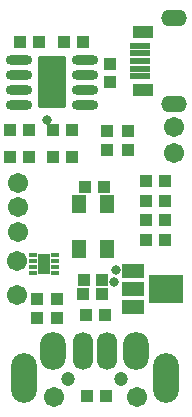
<source format=gbs>
G04 Layer_Color=16711935*
%FSLAX25Y25*%
%MOIN*%
G70*
G01*
G75*
%ADD40R,0.03950X0.03950*%
%ADD45O,0.08674X0.05524*%
%ADD46R,0.06706X0.03950*%
%ADD47O,0.06706X0.12611*%
%ADD48O,0.08674X0.12611*%
%ADD49O,0.08674X0.16548*%
%ADD50C,0.03200*%
%ADD51C,0.04737*%
%ADD52R,0.03950X0.03950*%
%ADD53R,0.06706X0.02375*%
%ADD54R,0.04737X0.06312*%
%ADD55O,0.08800X0.03200*%
G04:AMPARAMS|DCode=56|XSize=94.61mil|YSize=173.35mil|CornerRadius=8.33mil|HoleSize=0mil|Usage=FLASHONLY|Rotation=0.000|XOffset=0mil|YOffset=0mil|HoleType=Round|Shape=RoundedRectangle|*
%AMROUNDEDRECTD56*
21,1,0.09461,0.15669,0,0,0.0*
21,1,0.07795,0.17335,0,0,0.0*
1,1,0.01666,0.03898,-0.07835*
1,1,0.01666,-0.03898,-0.07835*
1,1,0.01666,-0.03898,0.07835*
1,1,0.01666,0.03898,0.07835*
%
%ADD56ROUNDEDRECTD56*%
%ADD57C,0.06706*%
%ADD58R,0.07800X0.04800*%
%ADD59R,0.11824X0.09461*%
%ADD60R,0.02768X0.01784*%
%ADD61R,0.04343X0.07099*%
D40*
X39000Y111350D02*
D03*
Y117650D02*
D03*
X38000Y88850D02*
D03*
Y95150D02*
D03*
X21500Y32850D02*
D03*
Y39150D02*
D03*
X14740Y39102D02*
D03*
Y32803D02*
D03*
X45000Y88850D02*
D03*
Y95150D02*
D03*
D45*
X60433Y104276D02*
D03*
Y132819D02*
D03*
D46*
X50000Y109000D02*
D03*
Y128094D02*
D03*
D47*
X30000Y22000D02*
D03*
X37874D02*
D03*
D48*
X47717D02*
D03*
X20157D02*
D03*
D49*
X57559Y12748D02*
D03*
X10315D02*
D03*
D50*
X41000Y48700D02*
D03*
X18000Y98900D02*
D03*
X40300Y44800D02*
D03*
D51*
X25079Y12551D02*
D03*
X42795D02*
D03*
D52*
X30950Y33800D02*
D03*
X37250D02*
D03*
X37650Y7000D02*
D03*
X31350D02*
D03*
X30050Y125000D02*
D03*
X23750D02*
D03*
X15450D02*
D03*
X9150D02*
D03*
X30201Y45500D02*
D03*
X36500D02*
D03*
X30850Y76500D02*
D03*
X37150D02*
D03*
X12150Y95500D02*
D03*
X5850D02*
D03*
X12150Y86516D02*
D03*
X5850D02*
D03*
X26299Y95500D02*
D03*
X20000D02*
D03*
X26299Y86516D02*
D03*
X20000D02*
D03*
X51000Y59000D02*
D03*
X57299D02*
D03*
X51000Y65500D02*
D03*
X57299D02*
D03*
X51000Y72000D02*
D03*
X57299D02*
D03*
X30150Y40800D02*
D03*
X36450D02*
D03*
X51000Y78500D02*
D03*
X57299D02*
D03*
D53*
X49016Y123665D02*
D03*
Y121106D02*
D03*
Y118547D02*
D03*
Y115988D02*
D03*
Y113429D02*
D03*
D54*
X28651Y70861D02*
D03*
Y55900D02*
D03*
X38100D02*
D03*
Y70861D02*
D03*
D55*
X30700Y109000D02*
D03*
Y119000D02*
D03*
Y114000D02*
D03*
Y104000D02*
D03*
X8700Y119000D02*
D03*
Y114000D02*
D03*
Y109000D02*
D03*
Y104000D02*
D03*
D56*
X19700Y111600D02*
D03*
D57*
X8300Y61500D02*
D03*
X8000Y51700D02*
D03*
Y40600D02*
D03*
X60500Y96500D02*
D03*
X8300Y78000D02*
D03*
X20500Y6500D02*
D03*
X48000D02*
D03*
X60500Y88000D02*
D03*
X8300Y70000D02*
D03*
D58*
X46800Y36500D02*
D03*
Y42500D02*
D03*
Y48500D02*
D03*
D59*
X57800Y42500D02*
D03*
D60*
X13320Y47831D02*
D03*
Y49800D02*
D03*
Y51768D02*
D03*
Y53737D02*
D03*
X20800D02*
D03*
Y51768D02*
D03*
Y49800D02*
D03*
Y47831D02*
D03*
D61*
X17060Y50784D02*
D03*
M02*

</source>
